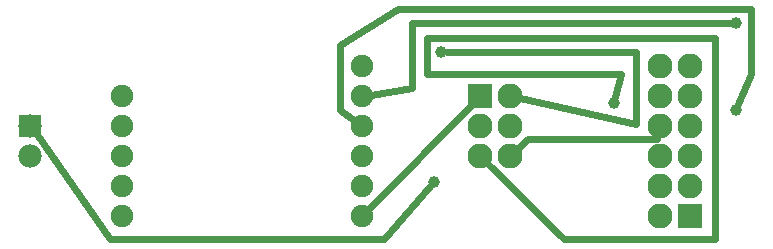
<source format=gbl>
G04 MADE WITH FRITZING*
G04 WWW.FRITZING.ORG*
G04 DOUBLE SIDED*
G04 HOLES PLATED*
G04 CONTOUR ON CENTER OF CONTOUR VECTOR*
%ASAXBY*%
%FSLAX23Y23*%
%MOIN*%
%OFA0B0*%
%SFA1.0B1.0*%
%ADD10C,0.078000*%
%ADD11C,0.083307*%
%ADD12C,0.075000*%
%ADD13C,0.039370*%
%ADD14R,0.078000X0.078000*%
%ADD15R,0.083307X0.083307*%
%ADD16C,0.024000*%
%LNCOPPER0*%
G90*
G70*
G54D10*
X172Y643D03*
X172Y543D03*
G54D11*
X2272Y343D03*
X2272Y443D03*
X2272Y543D03*
X2272Y643D03*
X2272Y743D03*
X2272Y843D03*
X2372Y343D03*
X2372Y443D03*
X2372Y543D03*
X2372Y643D03*
X2372Y743D03*
X2372Y843D03*
X1772Y743D03*
X1772Y643D03*
X1772Y543D03*
X1672Y743D03*
X1672Y643D03*
X1672Y543D03*
G54D12*
X1278Y843D03*
X1278Y743D03*
X1278Y643D03*
X1278Y543D03*
X1278Y443D03*
X1278Y343D03*
X478Y743D03*
X478Y643D03*
X478Y543D03*
X478Y443D03*
X478Y343D03*
G54D13*
X1542Y888D03*
X2118Y720D03*
X2526Y984D03*
X2526Y696D03*
X1518Y456D03*
G54D14*
X172Y643D03*
G54D15*
X2372Y343D03*
X1672Y743D03*
G54D16*
X2265Y611D02*
X2262Y600D01*
D02*
X2262Y600D02*
X1830Y600D01*
D02*
X1830Y600D02*
X1796Y566D01*
D02*
X1649Y719D02*
X1299Y363D01*
D02*
X1561Y888D02*
X2190Y888D01*
D02*
X2190Y888D02*
X2190Y648D01*
D02*
X2190Y648D02*
X1804Y736D01*
D02*
X1696Y520D02*
X1950Y264D01*
D02*
X1950Y264D02*
X2454Y264D01*
D02*
X2454Y264D02*
X2454Y936D01*
D02*
X2454Y936D02*
X1494Y936D01*
D02*
X1494Y936D02*
X1494Y816D01*
D02*
X1494Y816D02*
X2142Y816D01*
D02*
X2142Y816D02*
X2123Y739D01*
D02*
X1307Y747D02*
X1446Y768D01*
D02*
X1446Y768D02*
X1446Y984D01*
D02*
X1446Y984D02*
X2507Y984D01*
D02*
X1255Y660D02*
X1206Y696D01*
D02*
X1206Y696D02*
X1206Y912D01*
D02*
X1206Y912D02*
X1398Y1032D01*
D02*
X1398Y1032D02*
X2574Y1032D01*
D02*
X2574Y1032D02*
X2574Y816D01*
D02*
X2574Y816D02*
X2533Y714D01*
D02*
X190Y618D02*
X438Y264D01*
D02*
X438Y264D02*
X1350Y264D01*
D02*
X1350Y264D02*
X1506Y442D01*
G04 End of Copper0*
M02*
</source>
